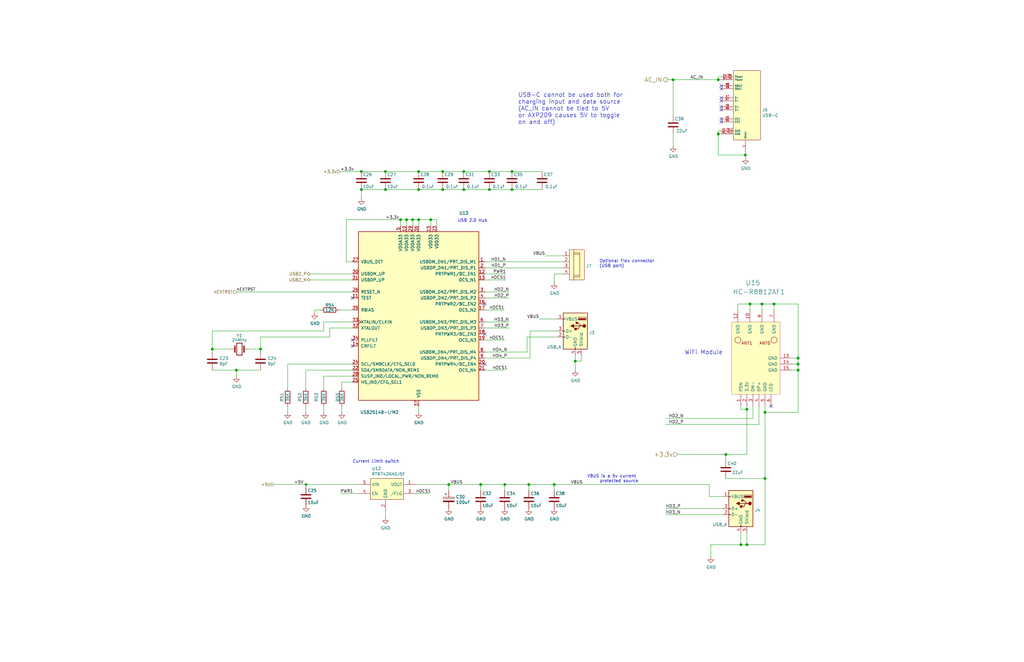
<source format=kicad_sch>
(kicad_sch (version 20211123) (generator eeschema)
  (paper "B")
  (title_block (title "ConnectBox CM4 for China Case") (date "2022-04-07") (rev "1.8.3") (comment 1 "JRA"))
  (lib_symbols
    (symbol "Connector:USB_A" (pin_names (offset 1.016))
      (property "Reference" "J" (at -5.08 11.43 0))
      (property "Value" "USB_A" (at -5.08 8.89 0))
      (symbol "USB_A_0_1"
        (rectangle (start -5.08 -7.62) (end 5.08 7.62) (stroke (width 0.254)) (fill (type background)))
        (circle (center -3.81 2.159) (radius 0.635) (stroke (width 0.254)) (fill (type outline)))
        (rectangle (start -1.524 4.826) (end -4.318 5.334) (fill (type outline)))
        (rectangle (start -1.27 4.572) (end -4.572 5.842))
        (circle (center -0.635 3.429) (radius 0.381) (stroke (width 0.254)) (fill (type outline)))
        (rectangle (start -0.127 -7.62) (end 0.127 -6.858))
        (polyline (pts (xy -3.175 2.159) (xy -2.54 2.159) (xy -1.27 3.429) (xy -0.635 3.429)) (stroke (width 0.254)))
        (polyline (pts (xy -2.54 2.159) (xy -1.905 2.159) (xy -1.27 0.889) (xy 0 0.889)) (stroke (width 0.254)))
        (polyline (pts (xy 0.635 2.794) (xy 0.635 1.524) (xy 1.905 2.159) (xy 0.635 2.794)) (stroke (width 0.254)) (fill (type outline)))
        (rectangle (start 0.254 1.27) (end -0.508 0.508) (stroke (width 0.254)) (fill (type outline)))
        (rectangle (start 5.08 -2.667) (end 4.318 -2.413))
        (rectangle (start 5.08 -0.127) (end 4.318 0.127))
        (rectangle (start 5.08 4.953) (end 4.318 5.207))
      )
      (symbol "USB_A_1_1"
        (polyline (pts (xy -1.905 2.159) (xy 0.635 2.159)) (stroke (width 0.254)))
        (pin power_in line (at 7.62 5.08 180) (length 2.54) (name "VBUS") (number "1"))
        (pin bidirectional line (at 7.62 -2.54 180) (length 2.54) (name "D-") (number "2"))
        (pin bidirectional line (at 7.62 0 180) (length 2.54) (name "D+") (number "3"))
        (pin power_in line (at 0 -10.16 90) (length 2.54) (name "GND") (number "4"))
        (pin passive line (at -2.54 -10.16 90) (length 2.54) (name "Shield") (number "5"))
      )
    )
    (symbol "Custom_1:CP" (pin_numbers hide) (pin_names (offset 0.254))
      (property "Reference" "C20" (at 0.3811 3.3009 0))
      (property "Value" "CP" (at 0.3811 -2.8078 0))
      (symbol "CP_0_1"
        (rectangle (start -2.286 0.508) (end 2.286 1.016))
        (polyline (pts (xy -1.778 2.286) (xy -0.762 2.286)))
        (polyline (pts (xy -1.27 2.794) (xy -1.27 1.778)))
        (rectangle (start 2.286 -0.508) (end -2.286 -1.016) (fill (type outline)))
      )
      (symbol "CP_1_1"
        (pin passive line (at 0 3.81 270) (length 2.794) (name "~") (number "1"))
        (pin passive line (at 0 -3.81 90) (length 2.794) (name "~") (number "2"))
      )
    )
    (symbol "Custom_1:Flex-4"
      (property "Reference" "J" (at -5.08 7.62 0))
      (symbol "Flex-4_0_1"
        (polyline (pts (xy 1.905 -4.445) (xy 1.905 4.445)) (stroke (width 0.1524)))
        (polyline (pts (xy 1.905 -5.08) (xy 1.905 -4.445) (xy 4.445 -4.445)) (stroke (width 0.1524)))
        (polyline (pts (xy 1.905 5.08) (xy 1.905 4.445) (xy 4.445 4.445)) (stroke (width 0.1524)))
        (polyline (pts (xy 1.905 6.35) (xy 1.905 5.08) (xy 4.445 5.08) (xy 4.445 -5.08) (xy 1.905 -5.08) (xy 1.905 -6.35)) (stroke (width 0.1524)))
        (rectangle (start 0 6.35) (end 6.35 -6.35) (stroke (width 0.1524)) (fill (type background)))
      )
      (symbol "Flex-4_1_1"
        (pin input line (at -2.54 3.81 0) (length 2.54) (name "") (number "1"))
        (pin input line (at -2.54 1.27 0) (length 2.54) (name "") (number "2"))
        (pin input line (at -2.54 -1.27 0) (length 2.54) (name "") (number "3"))
        (pin input line (at -2.54 -3.81 0) (length 2.54) (name "") (number "4"))
      )
    )
    (symbol "Custom_1:HC-R8812AU2" (pin_names (offset 1.016))
      (property "Reference" "U" (at -26.67 19.05 0))
      (property "Value" "HC-R8812AU2" (at -33.02 12.7 0))
      (symbol "HC-R8812AU2_0_0"
        (text "ANT0" (at -3.81 21.59 0) (effects (font (size 1.27 1.27))))
        (text "ANT1" (at -11.43 21.59 0) (effects (font (size 1.27 1.27))))
      )
      (symbol "HC-R8812AU2_0_1"
        (rectangle (start -17.78 0) (end 2.54 30.48) (stroke (width 0.0254)) (fill (type background)))
        (circle (center -15.24 22.86) (radius 1.27))
        (circle (center 0 22.86) (radius 1.27))
      )
      (symbol "HC-R8812AU2_1_1"
        (pin input line (at -13.97 -5.08 90) (length 5.08) (name "PDN") (number "1"))
        (pin input line (at -10.16 35.56 270) (length 5.08) (name "GND") (number "10"))
        (pin input line (at -15.24 35.56 270) (length 5.08) (name "GND") (number "12"))
        (pin input line (at 7.62 15.24 180) (length 5.08) (name "GND") (number "13"))
        (pin input line (at 7.62 12.7 180) (length 5.08) (name "GND") (number "14"))
        (pin input line (at 7.62 10.16 180) (length 5.08) (name "GND") (number "15"))
        (pin input line (at -11.43 -5.08 90) (length 5.08) (name "3.3V") (number "2"))
        (pin input line (at -8.89 -5.08 90) (length 5.08) (name "DM-") (number "3"))
        (pin input line (at -6.35 -5.08 90) (length 5.08) (name "DP+") (number "4"))
        (pin input line (at -3.81 -5.08 90) (length 5.08) (name "GND") (number "5"))
        (pin input line (at -1.27 -5.08 90) (length 5.08) (name "LED") (number "6"))
        (pin input line (at 0 35.56 270) (length 5.08) (name "GND") (number "7"))
        (pin input line (at -5.08 35.56 270) (length 5.08) (name "GND") (number "9"))
      )
    )
    (symbol "Custom_1:T9742ANGJ5F"
      (property "Reference" "U" (at -2.54 13.97 0))
      (property "Value" "T9742ANGJ5F" (at 2.54 11.43 0))
      (symbol "T9742ANGJ5F_0_1"
        (rectangle (start -7.62 8.89) (end 6.35 0) (stroke (width 0.1524)) (fill (type background)))
      )
      (symbol "T9742ANGJ5F_1_1"
        (pin power_out line (at 11.43 6.35 180) (length 5.08) (name "VOUT") (number "1"))
        (pin input line (at -1.27 -5.08 90) (length 5.08) (name "GND") (number "2"))
        (pin input line (at 11.43 2.54 180) (length 5.08) (name "/FLG") (number "3"))
        (pin input line (at -12.7 2.54 0) (length 5.08) (name "EN") (number "4"))
        (pin input line (at -12.7 6.35 0) (length 5.08) (name "VIN") (number "5"))
      )
    )
    (symbol "Custom_1:USB-C"
      (property "Reference" "P" (at -2.54 17.78 0))
      (property "Value" "USB-C" (at -10.16 -7.62 0))
      (symbol "USB-C_0_1"
        (rectangle (start -5.08 16.51) (end 6.35 -12.7) (stroke (width 0.1524)) (fill (type background)))
      )
      (symbol "USB-C_1_1"
        (pin input line (at 1.27 -17.78 90) (length 5.08) (name "Shell") (number "1"))
        (pin input line (at 11.43 -8.89 180) (length 5.08) (name "GND") (number "A1/B12"))
        (pin input line (at 11.43 13.97 180) (length 5.08) (name "Power") (number "A4/B9"))
        (pin input line (at 11.43 -3.81 180) (length 5.08) (name "CC1") (number "A5"))
        (pin input line (at 11.43 1.27 180) (length 5.08) (name "D+") (number "A6"))
        (pin input line (at 11.43 5.08 180) (length 5.08) (name "D-") (number "A7"))
        (pin input line (at 11.43 8.89 180) (length 5.08) (name "SBU1") (number "A8"))
        (pin input line (at 11.43 -10.16 180) (length 5.08) (name "GND") (number "B1/A12"))
        (pin input line (at 11.43 12.7 180) (length 5.08) (name "Power") (number "B4/A9"))
        (pin input line (at 11.43 -5.08 180) (length 5.08) (name "CC2") (number "B5"))
        (pin input line (at 11.43 0 180) (length 5.08) (name "D+") (number "B6"))
        (pin input line (at 11.43 3.81 180) (length 5.08) (name "D-") (number "B7"))
        (pin input line (at 11.43 10.16 180) (length 5.08) (name "SBU2") (number "B8"))
      )
    )
    (symbol "Device:C" (pin_numbers hide) (pin_names (offset 0.254))
      (property "Reference" "C" (at 0.635 2.54 0))
      (property "Value" "C" (at 0.635 -2.54 0))
      (symbol "C_0_1"
        (polyline (pts (xy -2.032 -0.762) (xy 2.032 -0.762)) (stroke (width 0.508)))
        (polyline (pts (xy -2.032 0.762) (xy 2.032 0.762)) (stroke (width 0.508)))
      )
      (symbol "C_1_1"
        (pin passive line (at 0 3.81 270) (length 2.794) (name "~") (number "1"))
        (pin passive line (at 0 -3.81 90) (length 2.794) (name "~") (number "2"))
      )
    )
    (symbol "Device:Crystal" (pin_numbers hide) (pin_names (offset 1.016) hide)
      (property "Reference" "Y" (at 0 3.81 0))
      (property "Value" "Crystal" (at 0 -3.81 0))
      (symbol "Crystal_0_1"
        (rectangle (start -1.143 2.54) (end 1.143 -2.54) (stroke (width 0.3048)))
        (polyline (pts (xy -2.54 0) (xy -1.905 0)))
        (polyline (pts (xy -1.905 -1.27) (xy -1.905 1.27)) (stroke (width 0.508)))
        (polyline (pts (xy 1.905 -1.27) (xy 1.905 1.27)) (stroke (width 0.508)))
        (polyline (pts (xy 2.54 0) (xy 1.905 0)))
      )
      (symbol "Crystal_1_1"
        (pin passive line (at -3.81 0 0) (length 1.27) (name "1") (number "1"))
        (pin passive line (at 3.81 0 180) (length 1.27) (name "2") (number "2"))
      )
    )
    (symbol "Device:R" (pin_numbers hide) (pin_names (offset 0))
      (property "Reference" "R" (at 2.032 0 90))
      (property "Value" "R" (at 0 0 90))
      (symbol "R_0_1"
        (rectangle (start -1.016 -2.54) (end 1.016 2.54) (stroke (width 0.254)))
      )
      (symbol "R_1_1"
        (pin passive line (at 0 3.81 270) (length 1.27) (name "~") (number "1"))
        (pin passive line (at 0 -3.81 90) (length 1.27) (name "~") (number "2"))
      )
    )
    (symbol "GND_1" (power) (pin_numbers hide) (pin_names (offset 0) hide)
      (property "Value" "GND_1" (at 0 -3.81 0))
      (symbol "GND_1_0_1"
        (polyline (pts (xy 0 0) (xy 0 -1.27) (xy 1.27 -1.27) (xy 0 -2.54) (xy -1.27 -1.27) (xy 0 -1.27)))
      )
      (symbol "GND_1_1_1"
        (pin power_in line (at 0 0 270) (length 0) hide (name "GND") (number "1"))
      )
    )
    (symbol "GND_2" (power) (pin_numbers hide) (pin_names (offset 0) hide)
      (property "Value" "GND_2" (at 0 -3.81 0))
      (symbol "GND_2_0_1"
        (polyline (pts (xy 0 0) (xy 0 -1.27) (xy 1.27 -1.27) (xy 0 -2.54) (xy -1.27 -1.27) (xy 0 -1.27)))
      )
      (symbol "GND_2_1_1"
        (pin power_in line (at 0 0 270) (length 0) hide (name "GND") (number "1"))
      )
    )
    (symbol "Interface_USB:USB2514B_Bi" (pin_names (offset 1.016))
      (property "Reference" "U" (at -17.78 40.64 0))
      (property "Value" "USB2514B_Bi" (at -20.32 38.1 0))
      (symbol "USB2514B_Bi_0_1"
        (rectangle (start -25.4 35.56) (end 25.4 -35.56) (stroke (width 0.254)) (fill (type background)))
      )
      (symbol "USB2514B_Bi_1_1"
        (pin bidirectional line (at 27.94 22.86 180) (length 2.54) (name "USBDM_DN1/PRT_DIS_M1") (number "1"))
        (pin power_in line (at -5.08 38.1 270) (length 2.54) (name "VDDA33") (number "10"))
        (pin input line (at -27.94 7.62 0) (length 2.54) (name "TEST") (number "11"))
        (pin bidirectional line (at 27.94 17.78 180) (length 2.54) (name "PRTPWR1/BC_EN1") (number "12"))
        (pin input line (at 27.94 15.24 180) (length 2.54) (name "OCS_N1") (number "13"))
        (pin input line (at -27.94 -12.7 0) (length 2.54) (name "CRFILT") (number "14"))
        (pin power_in line (at 5.08 38.1 270) (length 2.54) (name "VDD33") (number "15"))
        (pin bidirectional line (at 27.94 5.08 180) (length 2.54) (name "PRTPWR2/BC_EN2") (number "16"))
        (pin input line (at 27.94 2.54 180) (length 2.54) (name "OCS_N2") (number "17"))
        (pin bidirectional line (at 27.94 -7.62 180) (length 2.54) (name "PRTPWR3/BC_EN3") (number "18"))
        (pin input line (at 27.94 -10.16 180) (length 2.54) (name "OCS_N3") (number "19"))
        (pin bidirectional line (at 27.94 20.32 180) (length 2.54) (name "USBDP_DN1/PRT_DIS_P1") (number "2"))
        (pin bidirectional line (at 27.94 -20.32 180) (length 2.54) (name "PRTPWR4/BC_EN4") (number "20"))
        (pin input line (at 27.94 -22.86 180) (length 2.54) (name "OCS_N4") (number "21"))
        (pin bidirectional line (at -27.94 -22.86 0) (length 2.54) (name "SDA/SMBDATA/NON_REM1") (number "22"))
        (pin power_in line (at 7.62 38.1 270) (length 2.54) (name "VDD33") (number "23"))
        (pin bidirectional line (at -27.94 -20.32 0) (length 2.54) (name "SCL/SMBCLK/CFG_SEL0") (number "24"))
        (pin bidirectional line (at -27.94 -27.94 0) (length 2.54) (name "HS_IND/CFG_SEL1") (number "25"))
        (pin input line (at -27.94 10.16 0) (length 2.54) (name "RESET_N") (number "26"))
        (pin input line (at -27.94 22.86 0) (length 2.54) (name "VBUS_DET") (number "27"))
        (pin bidirectional line (at -27.94 -25.4 0) (length 2.54) (name "SUSP_IND/LOCAL_PWR/NON_REM0") (number "28"))
        (pin power_in line (at -2.54 38.1 270) (length 2.54) (name "VDDA33") (number "29"))
        (pin bidirectional line (at 27.94 10.16 180) (length 2.54) (name "USBDM_DN2/PRT_DIS_M2") (number "3"))
        (pin bidirectional line (at -27.94 17.78 0) (length 2.54) (name "USBDM_UP") (number "30"))
        (pin bidirectional line (at -27.94 15.24 0) (length 2.54) (name "USBDP_UP") (number "31"))
        (pin output line (at -27.94 -5.08 0) (length 2.54) (name "XTALOUT") (number "32"))
        (pin input clock (at -27.94 -2.54 0) (length 2.54) (name "XTALIN/CLKIN") (number "33"))
        (pin input line (at -27.94 -10.16 0) (length 2.54) (name "PLLFILT") (number "34"))
        (pin input line (at -27.94 2.54 0) (length 2.54) (name "RBIAS") (number "35"))
        (pin power_in line (at 0 38.1 270) (length 2.54) (name "VDDA33") (number "36"))
        (pin power_in line (at 0 -38.1 90) (length 2.54) (name "VSS") (number "37"))
        (pin bidirectional line (at 27.94 7.62 180) (length 2.54) (name "USBDP_DN2/PRT_DIS_P2") (number "4"))
        (pin power_in line (at -7.62 38.1 270) (length 2.54) (name "VDDA33") (number "5"))
        (pin bidirectional line (at 27.94 -2.54 180) (length 2.54) (name "USBDM_DN3/PRT_DIS_M3") (number "6"))
        (pin bidirectional line (at 27.94 -5.08 180) (length 2.54) (name "USBDP_DN3/PRT_DIS_P3") (number "7"))
        (pin bidirectional line (at 27.94 -15.24 180) (length 2.54) (name "USBDM_DN4/PRT_DIS_M4") (number "8"))
        (pin bidirectional line (at 27.94 -17.78 180) (length 2.54) (name "USBDP_DN4/PRT_DIS_P4") (number "9"))
      )
    )
    (symbol "power:GND" (power) (pin_names (offset 0))
      (property "Value" "GND" (at 0 -3.81 0))
      (symbol "GND_0_1"
        (polyline (pts (xy 0 0) (xy 0 -1.27) (xy 1.27 -1.27) (xy 0 -2.54) (xy -1.27 -1.27) (xy 0 -1.27)))
      )
      (symbol "GND_1_1"
        (pin power_in line (at 0 0 270) (length 0) hide (name "GND") (number "1"))
      )
    )
  )
  (junction (at 168.91 92.71) (diameter 1.016))
  (junction (at 186.69 72.39) (diameter 1.016))
  (junction (at 176.53 92.71) (diameter 1.016))
  (junction (at 173.99 92.71) (diameter 1.016))
  (junction (at 181.61 92.71) (diameter 1.016))
  (junction (at 321.31 128.27) (diameter 1.016))
  (junction (at 233.68 204.47) (diameter 1.016))
  (junction (at 99.695 156.21) (diameter 1.016))
  (junction (at 302.895 56.515) (diameter 1.016))
  (junction (at 202.692 204.47) (diameter 1.016))
  (junction (at 314.96 229.87) (diameter 1.016))
  (junction (at 171.45 92.71) (diameter 1.016))
  (junction (at 322.58 201.93) (diameter 1.016))
  (junction (at 206.375 72.39) (diameter 1.016))
  (junction (at 223.012 204.47) (diameter 1.016))
  (junction (at 316.23 128.27) (diameter 1.016))
  (junction (at 336.55 156.21) (diameter 1.016))
  (junction (at 326.39 128.27) (diameter 1.016))
  (junction (at 129.032 204.47))
  (junction (at 336.55 151.13) (diameter 1.016))
  (junction (at 162.56 80.01) (diameter 1.016))
  (junction (at 322.58 173.99) (diameter 1.016))
  (junction (at 195.58 80.01) (diameter 1.016))
  (junction (at 189.23 204.47) (diameter 1.016))
  (junction (at 215.9 72.39) (diameter 1.016))
  (junction (at 314.96 172.72) (diameter 1.016))
  (junction (at 152.4 80.01) (diameter 1.016))
  (junction (at 242.57 152.4) (diameter 1.016))
  (junction (at 206.375 80.01) (diameter 1.016))
  (junction (at 162.56 72.39) (diameter 1.016))
  (junction (at 283.845 33.655) (diameter 1.016))
  (junction (at 186.69 80.01) (diameter 1.016))
  (junction (at 212.852 204.47) (diameter 1.016))
  (junction (at 195.58 72.39) (diameter 1.016))
  (junction (at 215.9 80.01) (diameter 1.016))
  (junction (at 312.42 229.87) (diameter 1.016))
  (junction (at 109.855 147.32) (diameter 1.016))
  (junction (at 176.53 80.01) (diameter 1.016))
  (junction (at 302.895 33.655) (diameter 1.016))
  (junction (at 314.325 65.405) (diameter 1.016))
  (junction (at 306.07 191.77) (diameter 1.016))
  (junction (at 152.4 72.39) (diameter 1.016))
  (junction (at 336.55 153.67) (diameter 1.016))
  (junction (at 176.53 72.39) (diameter 1.016))
  (junction (at 89.535 147.32) (diameter 1.016))
  (no_connect (at 325.12 171.45))
  (no_connect (at 304.165 37.465))
  (no_connect (at 304.165 41.275))
  (no_connect (at 304.165 46.355))
  (no_connect (at 304.165 45.085))
  (no_connect (at 304.165 42.545))
  (no_connect (at 304.165 51.435))
  (no_connect (at 304.165 50.165))
  (no_connect (at 148.59 143.51))
  (no_connect (at 148.59 125.73))
  (no_connect (at 304.165 36.195))
  (no_connect (at 204.47 128.27))
  (no_connect (at 204.47 140.97))
  (no_connect (at 204.47 153.67))
  (no_connect (at 148.59 146.05))
  (wire (pts (xy 144.145 171.45) (xy 144.145 173.99)))
  (wire (pts (xy 129.032 204.47) (xy 151.13 204.47)))
  (wire (pts (xy 89.535 139.7) (xy 89.535 147.32)))
  (wire (pts (xy 144.145 161.29) (xy 148.59 161.29)))
  (wire (pts (xy 280.67 179.07) (xy 320.04 179.07)))
  (wire (pts (xy 320.04 171.45) (xy 320.04 179.07)))
  (wire (pts (xy 304.165 33.655) (xy 302.895 33.655)))
  (wire (pts (xy 223.012 204.47) (xy 223.012 207.01)))
  (wire (pts (xy 128.905 171.45) (xy 128.905 173.99)))
  (wire (pts (xy 299.085 209.55) (xy 299.085 204.47)))
  (wire (pts (xy 304.165 55.245) (xy 302.895 55.245)))
  (wire (pts (xy 242.57 149.86) (xy 242.57 152.4)))
  (wire (pts (xy 242.57 152.4) (xy 242.57 156.21)))
  (wire (pts (xy 306.07 191.77) (xy 314.96 191.77)))
  (wire (pts (xy 136.525 158.75) (xy 148.59 158.75)))
  (wire (pts (xy 204.47 143.51) (xy 212.725 143.51)))
  (wire (pts (xy 202.692 204.47) (xy 212.852 204.47)))
  (wire (pts (xy 204.47 138.43) (xy 214.63 138.43)))
  (wire (pts (xy 312.42 229.87) (xy 314.96 229.87)))
  (wire (pts (xy 314.96 229.87) (xy 322.58 229.87)))
  (wire (pts (xy 336.55 153.67) (xy 336.55 151.13)))
  (wire (pts (xy 128.905 163.83) (xy 128.905 156.21)))
  (wire (pts (xy 326.39 130.81) (xy 326.39 128.27)))
  (wire (pts (xy 128.905 156.21) (xy 148.59 156.21)))
  (wire (pts (xy 321.31 128.27) (xy 321.31 130.81)))
  (wire (pts (xy 204.47 125.73) (xy 214.63 125.73)))
  (wire (pts (xy 314.96 172.72) (xy 314.96 191.77)))
  (wire (pts (xy 326.39 128.27) (xy 321.31 128.27)))
  (wire (pts (xy 222.25 142.24) (xy 234.95 142.24)))
  (wire (pts (xy 222.25 148.59) (xy 222.25 142.24)))
  (wire (pts (xy 168.91 92.71) (xy 171.45 92.71)))
  (wire (pts (xy 171.45 92.71) (xy 173.99 92.71)))
  (wire (pts (xy 173.99 92.71) (xy 176.53 92.71)))
  (wire (pts (xy 176.53 92.71) (xy 181.61 92.71)))
  (wire (pts (xy 181.61 92.71) (xy 184.15 92.71)))
  (wire (pts (xy 184.15 92.71) (xy 184.15 95.25)))
  (wire (pts (xy 136.525 171.45) (xy 136.525 173.99)))
  (wire (pts (xy 104.775 147.32) (xy 109.855 147.32)))
  (wire (pts (xy 139.065 142.24) (xy 109.855 142.24)))
  (wire (pts (xy 204.47 118.11) (xy 213.36 118.11)))
  (wire (pts (xy 280.67 217.17) (xy 304.8 217.17)))
  (wire (pts (xy 171.45 92.71) (xy 171.45 95.25)))
  (wire (pts (xy 304.165 56.515) (xy 302.895 56.515)))
  (wire (pts (xy 283.845 33.655) (xy 283.845 48.895)))
  (wire (pts (xy 175.26 204.47) (xy 189.23 204.47)))
  (wire (pts (xy 99.695 123.19) (xy 148.59 123.19)))
  (wire (pts (xy 223.52 139.7) (xy 223.52 151.13)))
  (wire (pts (xy 234.95 139.7) (xy 223.52 139.7)))
  (wire (pts (xy 144.145 163.83) (xy 144.145 161.29)))
  (wire (pts (xy 336.55 173.99) (xy 336.55 156.21)))
  (wire (pts (xy 175.26 208.28) (xy 180.975 208.28)))
  (wire (pts (xy 204.47 148.59) (xy 222.25 148.59)))
  (wire (pts (xy 148.59 138.43) (xy 139.065 138.43)))
  (wire (pts (xy 89.535 148.59) (xy 89.535 147.32)))
  (wire (pts (xy 314.96 224.79) (xy 314.96 229.87)))
  (wire (pts (xy 281.305 33.655) (xy 283.845 33.655)))
  (wire (pts (xy 283.845 33.655) (xy 302.895 33.655)))
  (wire (pts (xy 148.59 110.49) (xy 146.05 110.49)))
  (wire (pts (xy 212.852 204.47) (xy 223.012 204.47)))
  (wire (pts (xy 129.032 205.74) (xy 129.032 204.47)))
  (wire (pts (xy 306.07 191.77) (xy 306.07 194.31)))
  (wire (pts (xy 136.525 139.7) (xy 89.535 139.7)))
  (wire (pts (xy 322.58 173.99) (xy 322.58 201.93)))
  (wire (pts (xy 302.895 33.655) (xy 302.895 32.385)))
  (wire (pts (xy 314.325 65.405) (xy 314.325 66.675)))
  (wire (pts (xy 146.05 110.49) (xy 146.05 92.71)))
  (wire (pts (xy 322.58 171.45) (xy 322.58 173.99)))
  (wire (pts (xy 283.845 56.515) (xy 283.845 61.595)))
  (wire (pts (xy 181.61 92.71) (xy 181.61 95.25)))
  (wire (pts (xy 204.47 113.03) (xy 237.49 113.03)))
  (wire (pts (xy 302.895 65.405) (xy 314.325 65.405)))
  (wire (pts (xy 312.42 172.72) (xy 314.96 172.72)))
  (wire (pts (xy 136.525 163.83) (xy 136.525 158.75)))
  (wire (pts (xy 204.47 115.57) (xy 213.36 115.57)))
  (wire (pts (xy 212.852 204.47) (xy 212.852 207.01)))
  (wire (pts (xy 121.285 171.45) (xy 121.285 173.99)))
  (wire (pts (xy 280.67 176.53) (xy 317.5 176.53)))
  (wire (pts (xy 317.5 171.45) (xy 317.5 176.53)))
  (wire (pts (xy 99.695 156.21) (xy 109.855 156.21)))
  (wire (pts (xy 280.67 214.63) (xy 304.8 214.63)))
  (wire (pts (xy 285.75 191.77) (xy 306.07 191.77)))
  (wire (pts (xy 233.68 204.47) (xy 299.085 204.47)))
  (wire (pts (xy 299.085 209.55) (xy 304.8 209.55)))
  (wire (pts (xy 176.53 171.45) (xy 176.53 173.99)))
  (wire (pts (xy 322.58 201.93) (xy 306.07 201.93)))
  (wire (pts (xy 237.49 115.57) (xy 233.68 115.57)))
  (wire (pts (xy 334.01 153.67) (xy 336.55 153.67)))
  (wire (pts (xy 336.55 156.21) (xy 336.55 153.67)))
  (wire (pts (xy 302.895 56.515) (xy 302.895 55.245)))
  (wire (pts (xy 115.57 204.47) (xy 129.032 204.47)))
  (wire (pts (xy 312.42 224.79) (xy 312.42 229.87)))
  (wire (pts (xy 204.47 123.19) (xy 214.63 123.19)))
  (wire (pts (xy 321.31 128.27) (xy 316.23 128.27)))
  (wire (pts (xy 89.535 156.21) (xy 99.695 156.21)))
  (wire (pts (xy 189.23 204.47) (xy 202.692 204.47)))
  (wire (pts (xy 143.51 72.39) (xy 152.4 72.39)))
  (wire (pts (xy 152.4 72.39) (xy 162.56 72.39)))
  (wire (pts (xy 148.59 115.57) (xy 130.81 115.57)))
  (wire (pts (xy 314.325 64.135) (xy 314.325 65.405)))
  (wire (pts (xy 136.525 135.89) (xy 136.525 139.7)))
  (wire (pts (xy 242.57 152.4) (xy 245.11 152.4)))
  (wire (pts (xy 245.11 149.86) (xy 245.11 152.4)))
  (wire (pts (xy 176.53 92.71) (xy 176.53 95.25)))
  (wire (pts (xy 227.33 134.62) (xy 234.95 134.62)))
  (wire (pts (xy 302.895 56.515) (xy 302.895 65.405)))
  (wire (pts (xy 304.165 32.385) (xy 302.895 32.385)) (stroke (width 0.1524)))
  (wire (pts (xy 132.715 130.81) (xy 132.715 132.08)))
  (wire (pts (xy 162.56 215.9) (xy 162.56 218.44)))
  (wire (pts (xy 229.87 107.95) (xy 237.49 107.95)))
  (wire (pts (xy 204.47 110.49) (xy 237.49 110.49)))
  (wire (pts (xy 311.15 128.27) (xy 311.15 130.81)))
  (wire (pts (xy 121.285 153.67) (xy 148.59 153.67)))
  (wire (pts (xy 130.81 118.11) (xy 148.59 118.11)))
  (wire (pts (xy 314.96 171.45) (xy 314.96 172.72)))
  (wire (pts (xy 316.23 128.27) (xy 311.15 128.27)))
  (wire (pts (xy 135.255 130.81) (xy 132.715 130.81)))
  (wire (pts (xy 162.56 72.39) (xy 176.53 72.39)))
  (wire (pts (xy 176.53 72.39) (xy 186.69 72.39)))
  (wire (pts (xy 186.69 72.39) (xy 195.58 72.39)))
  (wire (pts (xy 195.58 72.39) (xy 206.375 72.39)))
  (wire (pts (xy 206.375 72.39) (xy 215.9 72.39)))
  (wire (pts (xy 215.9 72.39) (xy 228.6 72.39)))
  (wire (pts (xy 204.47 156.21) (xy 212.725 156.21)))
  (wire (pts (xy 336.55 151.13) (xy 334.01 151.13)))
  (wire (pts (xy 142.875 130.81) (xy 148.59 130.81)))
  (wire (pts (xy 316.23 128.27) (xy 316.23 130.81)))
  (wire (pts (xy 322.58 173.99) (xy 336.55 173.99)))
  (wire (pts (xy 189.23 204.47) (xy 189.23 207.01)))
  (wire (pts (xy 299.72 229.87) (xy 299.72 234.95)))
  (wire (pts (xy 312.42 229.87) (xy 299.72 229.87)))
  (wire (pts (xy 233.68 207.01) (xy 233.68 204.47)))
  (wire (pts (xy 223.012 204.47) (xy 233.68 204.47)))
  (wire (pts (xy 121.285 163.83) (xy 121.285 153.67)))
  (wire (pts (xy 139.065 138.43) (xy 139.065 142.24)))
  (wire (pts (xy 109.855 147.32) (xy 109.855 148.59)))
  (wire (pts (xy 204.47 130.81) (xy 212.725 130.81)))
  (wire (pts (xy 136.525 135.89) (xy 148.59 135.89)))
  (wire (pts (xy 326.39 128.27) (xy 336.55 128.27)))
  (wire (pts (xy 146.05 92.71) (xy 168.91 92.71)))
  (wire (pts (xy 312.42 171.45) (xy 312.42 172.72)))
  (wire (pts (xy 99.695 156.21) (xy 99.695 158.75)))
  (wire (pts (xy 152.4 83.82) (xy 152.4 80.01)))
  (wire (pts (xy 336.55 128.27) (xy 336.55 151.13)))
  (wire (pts (xy 202.692 207.01) (xy 202.692 204.47)))
  (wire (pts (xy 334.01 156.21) (xy 336.55 156.21)))
  (wire (pts (xy 152.4 80.01) (xy 162.56 80.01)))
  (wire (pts (xy 162.56 80.01) (xy 176.53 80.01)))
  (wire (pts (xy 176.53 80.01) (xy 186.69 80.01)))
  (wire (pts (xy 186.69 80.01) (xy 195.58 80.01)))
  (wire (pts (xy 195.58 80.01) (xy 206.375 80.01)))
  (wire (pts (xy 206.375 80.01) (xy 215.9 80.01)))
  (wire (pts (xy 215.9 80.01) (xy 228.6 80.01)))
  (wire (pts (xy 322.58 201.93) (xy 322.58 229.87)))
  (wire (pts (xy 204.47 151.13) (xy 223.52 151.13)))
  (wire (pts (xy 173.99 92.71) (xy 173.99 95.25)))
  (wire (pts (xy 89.535 147.32) (xy 97.155 147.32)))
  (wire (pts (xy 109.855 142.24) (xy 109.855 147.32)))
  (wire (pts (xy 233.68 115.57) (xy 233.68 119.38)))
  (wire (pts (xy 168.91 92.71) (xy 168.91 95.25)))
  (wire (pts (xy 204.47 135.89) (xy 214.63 135.89)))
  (wire (pts (xy 143.51 208.28) (xy 151.13 208.28)))
  (text "Current Limit switch" (at 168.402 195.58 180) (effects (font (size 1.27 1.27)) (justify right bottom)))
  (text "USB-C cannot be used both for\ncharging input and data source\n(AC_IN cannot be tied to 5V\nor AXP209 causes 5V to toggle\non and off)" (at 218.44 52.705 0) (effects (font (size 1.778 1.778)) (justify left bottom)))
  (text "Optional Flex connector\n(USB port)" (at 252.73 113.03 0) (effects (font (size 1.27 1.27)) (justify left bottom)))
  (text "USB 2.0 Hub" (at 205.5368 93.9292 180) (effects (font (size 1.27 1.27)) (justify right bottom)))
  (text "VBUS is a 5v current \nprotected source" (at 269.24 203.835 180) (effects (font (size 1.27 1.27)) (justify right bottom)))
  (text "WiFi Module" (at 304.8 149.86 180) (effects (font (size 1.778 1.778)) (justify right bottom)))
  (label "nOCS1" (at 212.725 143.51 180))
  (label "nOCS1" (at 212.725 130.81 180))
  (label "+3.3v" (at 162.56 92.71 0))
  (label "HD1_P" (at 213.36 113.03 180))
  (label "nOCS1" (at 207.645 156.21 0))
  (label "+3.3v" (at 143.51 72.39 0))
  (label "HD2_P" (at 214.63 125.73 180))
  (label "+5V" (at 123.952 204.47 0))
  (label "HD2_N" (at 214.63 123.19 180))
  (label "VBUS" (at 227.33 134.62 180))
  (label "nEXTRST" (at 99.695 123.19 0))
  (label "VBUS" (at 189.992 204.47 0))
  (label "HD4_P" (at 207.645 151.13 0))
  (label "HD2_N" (at 288.29 176.53 180))
  (label "HD1_N" (at 213.36 110.49 180))
  (label "nOCS1" (at 175.387 208.28 0))
  (label "PWR1" (at 143.51 208.28 0))
  (label "HD3_P" (at 287.02 214.63 180))
  (label "HD2_P" (at 288.29 179.07 180))
  (label "HD3_P" (at 214.63 138.43 180))
  (label "HD3_N" (at 287.02 217.17 180))
  (label "AC_IN" (at 296.545 33.655 180))
  (label "HD4_N" (at 207.645 148.59 0))
  (label "VBUS" (at 245.745 204.47 180))
  (label "PWR1" (at 213.36 115.57 180))
  (label "HD3_N" (at 214.63 135.89 180))
  (label "nOCS1" (at 213.36 118.11 180))
  (label "VBUS" (at 229.87 107.95 180))
  (hierarchical_label "USB2_N" (shape bidirectional) (at 130.81 118.11 180))
  (hierarchical_label "+5V" (shape input) (at 115.57 204.47 180))
  (hierarchical_label "+3.3v" (shape input) (at 143.51 72.39 180))
  (hierarchical_label "AC_IN" (shape output) (at 281.305 33.655 180) (effects (font (size 1.778 1.778))))
  (hierarchical_label "+3.3v" (shape input) (at 285.75 191.77 180) (effects (font (size 1.778 1.778))))
  (hierarchical_label "nEXTRST" (shape input) (at 99.695 123.19 180))
  (hierarchical_label "USB2_P" (shape bidirectional) (at 130.81 115.57 180))
  (symbol (lib_id "Connector:USB_A") (at 242.57 139.7 0) (mirror y) (unit 1)
    (property "Reference" "J3" (at 248.4121 140.3361 0) (effects (justify right)))
    (property "Value" "USB_A" (at 230.6321 146.4448 0) (effects (justify right)))
    (property "Footprint" "CustomComponents:USB_A_CUI_smd" (effects hide))
    (property "Datasheet" " ~" (effects hide))
    (property "Manufacturer" "CUI Devices" (effects hide))
    (property "Manufacturer P/N" "UJ2-AH-1-SMT-TR" (effects hide))
    (property "Description" "USB-A  USB 2.0 Receptacle Surface Mount" (effects hide))
    (property "DigiKey P/N" "102-4133-1-ND" (effects hide))
    (property "Type" "SMD" (effects hide))
  )
  (symbol (lib_id "power:GND") (at 99.695 158.75 0) (unit 1)
    (property "Reference" "#PWR021" (effects hide))
    (property "Value" "GND" (at 99.822 163.1442 0))
  )
  (symbol (lib_id "Device:C") (at 89.535 152.4 0) (unit 1)
    (property "Reference" "C23" (at 92.456 151.2316 0) (effects (justify left)))
    (property "Value" "9pF" (at 92.456 153.543 0) (effects (justify left)))
    (property "Footprint" "Capacitor_SMD:C_0603_1608Metric" (effects hide))
    (property "Manufacturer" "TDK" (effects hide))
    (property "Manufacturer P/N" "CGA3E2C0G1H090D080AA" (effects hide))
    (property "Description" "9 pF ±0.5pF 50V Ceramic Capacitor C0G, NP0 0603 (1608 Metric)" (effects hide))
    (property "DigiKey P/N" "445-5627-1-ND" (effects hide))
    (property "Type" "SMD" (effects hide))
  )
  (symbol (lib_id "power:GND") (at 202.692 214.63 0) (unit 1)
    (property "Reference" "#PWR032" (effects hide))
    (property "Value" "GND" (at 202.819 219.0242 0))
  )
  (symbol (lib_id "power:GND") (at 176.53 173.99 0) (unit 1)
    (property "Reference" "#PWR030" (effects hide))
    (property "Value" "GND" (at 176.657 178.3842 0))
  )
  (symbol (lib_name "GND_2") (lib_id "power:GND") (at 242.57 156.21 0) (unit 1)
    (property "Reference" "#PWR037" (effects hide))
    (property "Value" "GND" (at 242.697 160.6042 0))
  )
  (symbol (lib_id "power:GND") (at 233.68 214.63 0) (unit 1)
    (property "Reference" "#PWR035" (effects hide))
    (property "Value" "GND" (at 233.807 219.0242 0))
  )
  (symbol (lib_id "Device:C") (at 162.56 76.2 0) (unit 1)
    (property "Reference" "C27" (at 163.195 73.66 0) (effects (justify left)))
    (property "Value" "10uF" (at 163.195 78.74 0) (effects (justify left)))
    (property "Footprint" "Capacitor_SMD:C_0603_1608Metric" (effects hide))
    (property "Manufacturer" "Samsung Electro-Mechanics" (effects hide))
    (property "Manufacturer P/N" "C0603C106M9PACTU" (effects hide))
    (property "Description" "CAP CER 10UF 6.3V X5R 0603" (effects hide))
    (property "DigiKey P/N" "399-C0603C106M9PAC7867CT-ND" (effects hide))
    (property "Type" "SMD" (effects hide))
  )
  (symbol (lib_id "Device:C") (at 283.845 52.705 0) (unit 1)
    (property "Reference" "C39" (at 284.48 50.165 0) (effects (justify left)))
    (property "Value" "22uF" (at 285.115 55.245 0) (effects (justify left)))
    (property "Footprint" "Capacitor_SMD:C_0603_1608Metric" (effects hide))
    (property "Manufacturer" "Samsung" (effects hide))
    (property "Manufacturer P/N" "CL10A226MQ8NRNC" (effects hide))
    (property "Description" "CAP CER 22UF 6.3V X5R 0603" (effects hide))
    (property "DigiKey P/N" "1276-1193-1-ND" (effects hide))
    (property "Type" "SMD" (effects hide))
  )
  (symbol (lib_id "Device:C") (at 109.855 152.4 0) (unit 1)
    (property "Reference" "C24" (at 112.776 151.2316 0) (effects (justify left)))
    (property "Value" "9pF" (at 112.776 153.543 0) (effects (justify left)))
    (property "Footprint" "Capacitor_SMD:C_0603_1608Metric" (effects hide))
    (property "Manufacturer" "TDK" (effects hide))
    (property "Manufacturer P/N" "CGA3E2C0G1H090D080AA" (effects hide))
    (property "Description" "9 pF ±0.5pF 50V Ceramic Capacitor C0G, NP0 0603 (1608 Metric)" (effects hide))
    (property "DigiKey P/N" "445-5627-1-ND" (effects hide))
    (property "Type" "SMD" (effects hide))
  )
  (symbol (lib_id "Device:R") (at 139.065 130.81 90) (unit 1)
    (property "Reference" "R54" (at 139.065 128.778 90))
    (property "Value" "12K" (at 139.065 130.81 90))
    (property "Footprint" "Resistor_SMD:R_0603_1608Metric" (effects hide))
    (property "Manufacturer" "Yageo" (effects hide))
    (property "Manufacturer P/N" "RC0603FR-0712KL" (effects hide))
    (property "Description" "RES SMD 12K OHM 1% 1/8W 0603" (effects hide))
    (property "DigiKey P/N" "311-12.0KHRCT-ND" (effects hide))
    (property "Type" "SMD" (effects hide))
  )
  (symbol (lib_id "power:GND") (at 121.285 173.99 0) (unit 1)
    (property "Reference" "#PWR022" (effects hide))
    (property "Value" "GND" (at 121.412 178.3842 0))
  )
  (symbol (lib_id "Device:R") (at 144.145 167.64 0) (unit 1)
    (property "Reference" "R55" (at 142.367 167.64 90))
    (property "Value" "36K" (at 144.145 167.64 90))
    (property "Footprint" "Resistor_SMD:R_0603_1608Metric" (effects hide))
    (property "Manufacturer" "Yageo" (effects hide))
    (property "Manufacturer P/N" "RC0603FR-0736KL" (effects hide))
    (property "Description" "RES SMD 36K OHM 1% 1/8W 0603" (effects hide))
    (property "DigiKey P/N" "311-36.0KHRCT-ND" (effects hide))
    (property "Type" "SMD" (effects hide))
  )
  (symbol (lib_id "power:GND") (at 223.012 214.63 0) (unit 1)
    (property "Reference" "#PWR034" (effects hide))
    (property "Value" "GND" (at 223.139 219.0242 0))
  )
  (symbol (lib_id "Connector:USB_A") (at 312.42 214.63 0) (mirror y) (unit 1)
    (property "Reference" "J4" (at 318.2621 215.2661 0) (effects (justify right)))
    (property "Value" "USB_A" (at 300.4821 221.3748 0) (effects (justify right)))
    (property "Footprint" "CustomComponents:USB_A_CUI_smd" (effects hide))
    (property "Datasheet" " ~" (effects hide))
    (property "Manufacturer" "CUI Devices" (effects hide))
    (property "Manufacturer P/N" "UJ2-AH-1-SMT-TR" (effects hide))
    (property "Description" "USB-A  USB 2.0 Receptacle Surface Mount" (effects hide))
    (property "DigiKey P/N" "102-4133-1-ND" (effects hide))
    (property "Type" "SMD" (effects hide))
  )
  (symbol (lib_id "power:GND") (at 283.845 61.595 0) (unit 1)
    (property "Reference" "#PWR038" (effects hide))
    (property "Value" "GND" (at 283.972 65.9892 0))
  )
  (symbol (lib_id "Device:C") (at 223.012 210.82 0) (unit 1)
    (property "Reference" "C36" (at 223.647 208.28 0) (effects (justify left)))
    (property "Value" "10uF" (at 223.647 213.36 0) (effects (justify left)))
    (property "Footprint" "Capacitor_SMD:C_0603_1608Metric" (effects hide))
    (property "Manufacturer" "Samsung Electro-Mechanics" (effects hide))
    (property "Manufacturer P/N" "C0603C106M9PACTU" (effects hide))
    (property "Description" "CAP CER 10UF 6.3V X5R 0603" (effects hide))
    (property "DigiKey P/N" "399-C0603C106M9PAC7867CT-ND" (effects hide))
    (property "Type" "SMD" (effects hide))
  )
  (symbol (lib_id "Custom_1:Flex-4") (at 240.03 111.76 0) (unit 1)
    (property "Reference" "J7" (at 247.0912 112.239 0) (effects (justify left)))
    (property "Value" "Flex-4" (effects hide))
    (property "Footprint" "CustomComponents:SFW4R-1" (effects hide))
    (property "Manufacturer" "Amphenol" (effects hide))
    (property "Manufacturer P/N" "SFW4R" (effects hide))
    (property "Description" "Connector FFC Bottom 4 Position 1.00mm R/A" (effects hide))
    (property "DigiKey P/N" "609-SFW4R-1STE1HLFCT-ND" (effects hide))
  )
  (symbol (lib_id "Device:C") (at 152.4 76.2 0) (unit 1)
    (property "Reference" "C26" (at 153.035 73.66 0) (effects (justify left)))
    (property "Value" "10uF" (at 153.035 78.74 0) (effects (justify left)))
    (property "Footprint" "Capacitor_SMD:C_0603_1608Metric" (effects hide))
    (property "Manufacturer" "Samsung Electro-Mechanics" (effects hide))
    (property "Manufacturer P/N" "C0603C106M9PACTU" (effects hide))
    (property "Description" "CAP CER 10UF 6.3V X5R 0603" (effects hide))
    (property "DigiKey P/N" "399-C0603C106M9PAC7867CT-ND" (effects hide))
    (property "Type" "SMD" (effects hide))
  )
  (symbol (lib_id "power:GND") (at 189.23 214.63 0) (unit 1)
    (property "Reference" "#PWR031" (effects hide))
    (property "Value" "GND" (at 189.357 219.0242 0))
  )
  (symbol (lib_id "Custom_1:T9742ANGJ5F") (at 163.83 210.82 0) (unit 1)
    (property "Reference" "U12" (at 158.75 197.739 0))
    (property "Value" "RT9742ANGJ5F" (at 163.83 200.0504 0))
    (property "Footprint" "Package_TO_SOT_SMD:SOT-23-5" (effects hide))
    (property "Datasheet" "https://www.richtek.com/assets/product_file/RT9742/DS9742-00.pdf" (effects hide))
    (property "Manufacturer" "Richtek" (effects hide))
    (property "Manufacturer P/N" "RT9742ANGJ5F" (effects hide))
    (property "Description" "Power Switch/Driver 1:1 N-Channel 1A TSOT-23-5" (effects hide))
    (property "DigiKey P/N" "1028-1427-1-ND" (effects hide))
    (property "Type" "SMD" (effects hide))
  )
  (symbol (lib_id "power:GND") (at 129.032 213.36 0) (unit 1)
    (property "Reference" "#PWR024" (effects hide))
    (property "Value" "GND" (at 129.159 217.7542 0))
  )
  (symbol (lib_id "Device:C") (at 186.69 76.2 0) (unit 1)
    (property "Reference" "C29" (at 187.325 73.66 0) (effects (justify left)))
    (property "Value" "0.1uf" (at 187.96 78.74 0) (effects (justify left)))
    (property "Footprint" "Capacitor_SMD:C_0603_1608Metric" (effects hide))
    (property "Manufacturer" "KEMET" (effects hide))
    (property "Manufacturer P/N" "C0603C104K9PAC7867" (effects hide))
    (property "Description" "CAP CER 0.1UF 6.3V X5R 0603" (effects hide))
    (property "DigiKey P/N" "399-17575-1-ND" (effects hide))
    (property "Type" "SMD" (effects hide))
  )
  (symbol (lib_id "power:GND") (at 136.525 173.99 0) (unit 1)
    (property "Reference" "#PWR026" (effects hide))
    (property "Value" "GND" (at 136.652 178.3842 0))
  )
  (symbol (lib_id "Interface_USB:USB2514B_Bi") (at 176.53 133.35 0) (unit 1)
    (property "Reference" "U13" (at 195.58 89.8906 0))
    (property "Value" "USB2514B-I/M2" (at 160.02 173.99 0))
    (property "Footprint" "Package_DFN_QFN:QFN-36-1EP_6x6mm_P0.5mm_EP3.7x3.7mm" (effects hide))
    (property "Datasheet" "http://ww1.microchip.com/downloads/en/DeviceDoc/00001692C.pdf" (effects hide))
    (property "Manufacturer" "MicroChip" (effects hide))
    (property "Manufacturer P/N" "USB2514B-I/M2" (effects hide))
    (property "Description" "USB Hub Controller USB Interface 36-SQFN (6x6)" (effects hide))
    (property "DigiKey P/N" "USB2514B/M2-ND" (effects hide))
    (property "Type" "SMD" (effects hide))
  )
  (symbol (lib_id "Device:C") (at 195.58 76.2 0) (unit 1)
    (property "Reference" "C31" (at 196.215 73.66 0) (effects (justify left)))
    (property "Value" "0.1uf" (at 196.85 78.74 0) (effects (justify left)))
    (property "Footprint" "Capacitor_SMD:C_0603_1608Metric" (effects hide))
    (property "Manufacturer" "KEMET" (effects hide))
    (property "Manufacturer P/N" "C0603C104K9PAC7867" (effects hide))
    (property "Description" "CAP CER 0.1UF 6.3V X5R 0603" (effects hide))
    (property "DigiKey P/N" "399-17575-1-ND" (effects hide))
    (property "Type" "SMD" (effects hide))
  )
  (symbol (lib_id "power:GND") (at 212.852 214.63 0) (unit 1)
    (property "Reference" "#PWR033" (effects hide))
    (property "Value" "GND" (at 212.979 219.0242 0))
  )
  (symbol (lib_id "Device:C") (at 215.9 76.2 0) (unit 1)
    (property "Reference" "C35" (at 216.535 73.66 0) (effects (justify left)))
    (property "Value" "0.1uf" (at 217.17 78.74 0) (effects (justify left)))
    (property "Footprint" "Capacitor_SMD:C_0603_1608Metric" (effects hide))
    (property "Manufacturer" "KEMET" (effects hide))
    (property "Manufacturer P/N" "C0603C104K9PAC7867" (effects hide))
    (property "Description" "CAP CER 0.1UF 6.3V X5R 0603" (effects hide))
    (property "DigiKey P/N" "399-17575-1-ND" (effects hide))
    (property "Type" "SMD" (effects hide))
  )
  (symbol (lib_id "power:GND") (at 299.72 234.95 0) (unit 1)
    (property "Reference" "#PWR039" (effects hide))
    (property "Value" "GND" (at 299.847 239.3442 0))
  )
  (symbol (lib_id "Device:C") (at 228.6 76.2 0) (unit 1)
    (property "Reference" "C37" (at 229.235 73.66 0) (effects (justify left)))
    (property "Value" "0.1uf" (at 229.87 78.74 0) (effects (justify left)))
    (property "Footprint" "Capacitor_SMD:C_0603_1608Metric" (effects hide))
    (property "Manufacturer" "KEMET" (effects hide))
    (property "Manufacturer P/N" "C0603C104K9PAC7867" (effects hide))
    (property "Description" "CAP CER 0.1UF 6.3V X5R 0603" (effects hide))
    (property "DigiKey P/N" "399-17575-1-ND" (effects hide))
    (property "Type" "SMD" (effects hide))
  )
  (symbol (lib_id "power:GND") (at 132.715 132.08 0) (unit 1)
    (property "Reference" "#PWR025" (effects hide))
    (property "Value" "GND" (at 132.842 136.4742 0))
  )
  (symbol (lib_id "Device:C") (at 202.692 210.82 0) (unit 1)
    (property "Reference" "C32" (at 203.327 208.28 0) (effects (justify left)))
    (property "Value" "10uF" (at 203.327 213.36 0) (effects (justify left)))
    (property "Footprint" "Capacitor_SMD:C_0603_1608Metric" (effects hide))
    (property "Manufacturer" "Samsung Electro-Mechanics" (effects hide))
    (property "Manufacturer P/N" "C0603C106M9PACTU" (effects hide))
    (property "Description" "CAP CER 10UF 6.3V X5R 0603" (effects hide))
    (property "DigiKey P/N" "399-C0603C106M9PAC7867CT-ND" (effects hide))
    (property "Type" "SMD" (effects hide))
  )
  (symbol (lib_id "Device:C") (at 233.68 210.82 0) (unit 1)
    (property "Reference" "C38" (at 234.315 208.28 0) (effects (justify left)))
    (property "Value" "10uF" (at 234.315 213.36 0) (effects (justify left)))
    (property "Footprint" "Capacitor_SMD:C_0603_1608Metric" (effects hide))
    (property "Manufacturer" "Samsung Electro-Mechanics" (effects hide))
    (property "Manufacturer P/N" "C0603C106M9PACTU" (effects hide))
    (property "Description" "CAP CER 10UF 6.3V X5R 0603" (effects hide))
    (property "DigiKey P/N" "399-C0603C106M9PAC7867CT-ND" (effects hide))
    (property "Type" "SMD" (effects hide))
  )
  (symbol (lib_id "Device:R") (at 136.525 167.64 0) (unit 1)
    (property "Reference" "R53" (at 133.477 167.64 90))
    (property "Value" "36K" (at 136.525 167.64 90))
    (property "Footprint" "Resistor_SMD:R_0603_1608Metric" (effects hide))
    (property "Manufacturer" "Yageo" (effects hide))
    (property "Manufacturer P/N" "RC0603FR-0736KL" (effects hide))
    (property "Description" "RES SMD 36K OHM 1% 1/8W 0603" (effects hide))
    (property "DigiKey P/N" "311-36.0KHRCT-ND" (effects hide))
    (property "Type" "SMD" (effects hide))
  )
  (symbol (lib_id "Device:C") (at 129.032 209.55 0) (unit 1)
    (property "Reference" "C25" (at 129.667 207.01 0) (effects (justify left)))
    (property "Value" "10uF" (at 129.667 212.09 0) (effects (justify left)))
    (property "Footprint" "Capacitor_SMD:C_0603_1608Metric" (effects hide))
    (property "Manufacturer" "Samsung Electro-Mechanics" (effects hide))
    (property "Manufacturer P/N" "C0603C106M9PACTU" (effects hide))
    (property "Description" "CAP CER 10UF 6.3V X5R 0603" (effects hide))
    (property "DigiKey P/N" "399-C0603C106M9PAC7867CT-ND" (effects hide))
    (property "Type" "SMD" (effects hide))
  )
  (symbol (lib_id "power:GND") (at 128.905 173.99 0) (unit 1)
    (property "Reference" "#PWR023" (effects hide))
    (property "Value" "GND" (at 129.032 178.3842 0))
  )
  (symbol (lib_id "Device:C") (at 212.852 210.82 0) (unit 1)
    (property "Reference" "C34" (at 213.487 208.28 0) (effects (justify left)))
    (property "Value" "10uF" (at 213.487 213.36 0) (effects (justify left)))
    (property "Footprint" "Capacitor_SMD:C_0603_1608Metric" (effects hide))
    (property "Manufacturer" "Samsung Electro-Mechanics" (effects hide))
    (property "Manufacturer P/N" "C0603C106M9PACTU" (effects hide))
    (property "Description" "CAP CER 10UF 6.3V X5R 0603" (effects hide))
    (property "DigiKey P/N" "399-C0603C106M9PAC7867CT-ND" (effects hide))
    (property "Type" "SMD" (effects hide))
  )
  (symbol (lib_id "Device:C") (at 306.07 198.12 0) (unit 1)
    (property "Reference" "C40" (at 306.705 195.58 0) (effects (justify left)))
    (property "Value" "22uF" (at 308.61 199.39 0) (effects (justify left)))
    (property "Footprint" "Capacitor_SMD:C_0603_1608Metric" (effects hide))
    (property "Manufacturer" "Samsung" (effects hide))
    (property "Manufacturer P/N" "CL10A226MQ8NRNC" (effects hide))
    (property "Description" "CAP CER 22UF 6.3V X5R 0603" (effects hide))
    (property "DigiKey P/N" "1276-1193-1-ND" (effects hide))
    (property "Type" "SMD" (effects hide))
  )
  (symbol (lib_id "power:GND") (at 314.325 66.675 0) (unit 1)
    (property "Reference" "#PWR040" (effects hide))
    (property "Value" "GND" (at 314.452 71.0692 0))
  )
  (symbol (lib_id "Custom_1:CP") (at 189.23 210.82 0) (unit 1)
    (property "Reference" "C30" (at 192.2272 209.677 0) (effects (justify left)))
    (property "Value" "100uF" (at 192.2272 211.963 0) (effects (justify left)))
    (property "Footprint" "Capacitor_SMD:CP_Elec_5x3" (effects hide))
    (property "Manufacturer" "Nippon Chemi-Con" (effects hide))
    (property "Manufacturer P/N" "APXF6R3ARA151ME61G" (effects hide))
    (property "Description" "150uf, 6.3V Alum Polymer Cap" (effects hide))
    (property "DigiKey P/N" "565-4332-1-ND" (effects hide))
    (property "Type" "SMD" (effects hide))
  )
  (symbol (lib_id "Device:C") (at 206.375 76.2 0) (unit 1)
    (property "Reference" "C33" (at 207.01 73.66 0) (effects (justify left)))
    (property "Value" "0.1uf" (at 207.645 78.74 0) (effects (justify left)))
    (property "Footprint" "Capacitor_SMD:C_0603_1608Metric" (effects hide))
    (property "Manufacturer" "KEMET" (effects hide))
    (property "Manufacturer P/N" "C0603C104K9PAC7867" (effects hide))
    (property "Description" "CAP CER 0.1UF 6.3V X5R 0603" (effects hide))
    (property "DigiKey P/N" "399-17575-1-ND" (effects hide))
    (property "Type" "SMD" (effects hide))
  )
  (symbol (lib_id "power:GND") (at 162.56 218.44 0) (unit 1)
    (property "Reference" "#PWR029" (effects hide))
    (property "Value" "GND" (at 162.687 222.8342 0))
  )
  (symbol (lib_name "GND_1") (lib_id "power:GND") (at 233.68 119.38 0) (unit 1)
    (property "Reference" "#PWR019" (effects hide))
    (property "Value" "GND" (at 233.807 123.7742 0))
  )
  (symbol (lib_id "power:GND") (at 144.145 173.99 0) (unit 1)
    (property "Reference" "#PWR027" (effects hide))
    (property "Value" "GND" (at 144.272 178.3842 0))
  )
  (symbol (lib_id "power:GND") (at 152.4 83.82 0) (unit 1)
    (property "Reference" "#PWR028" (effects hide))
    (property "Value" "GND" (at 152.527 88.2142 0))
  )
  (symbol (lib_id "Custom_1:USB-C") (at 315.595 46.355 0) (mirror y) (unit 1)
    (property "Reference" "J5" (at 321.3863 46.3815 0) (effects (justify right)))
    (property "Value" "USB-C" (at 321.3863 48.6802 0) (effects (justify right)))
    (property "Footprint" "CustomComponents:USB-C-GCT" (effects hide))
    (property "Datasheet" "https://gct.co/files/drawings/usb4105.pdf" (effects hide))
    (property "Manufacturer" "GCT" (effects hide))
    (property "Manufacturer P/N" "USB4105-GF-A" (effects hide))
    (property "Description" "CONN RCP USB2.0 TYP C 24P SMD RA" (effects hide))
    (property "DigiKey P/N" "2073-USB4105-GF-ACT-ND" (effects hide))
  )
  (symbol (lib_id "Device:R") (at 128.905 167.64 0) (unit 1)
    (property "Reference" "R52" (at 126.492 167.64 90))
    (property "Value" "36K" (at 128.905 167.64 90))
    (property "Footprint" "Resistor_SMD:R_0603_1608Metric" (effects hide))
    (property "Manufacturer" "Yageo" (effects hide))
    (property "Manufacturer P/N" "RC0603FR-0736KL" (effects hide))
    (property "Description" "RES SMD 36K OHM 1% 1/8W 0603" (effects hide))
    (property "DigiKey P/N" "311-36.0KHRCT-ND" (effects hide))
    (property "Type" "SMD" (effects hide))
  )
  (symbol (lib_id "Device:Crystal") (at 100.965 147.32 0) (unit 1)
    (property "Reference" "Y1" (at 100.965 141.605 0))
    (property "Value" "24MHz" (at 100.965 143.51 0))
    (property "Footprint" "Crystal:Crystal_SMD_HC49-SD" (effects hide))
    (property "Manufacturer" "Qantek" (effects hide))
    (property "Manufacturer P/N" "QCS24.0000F18B23M" (effects hide))
    (property "Description" "24MHz Crystal 18pf 30ppm 30ppm" (effects hide))
    (property "DigiKey P/N" "Newark: 2508493" (effects hide))
    (property "Type" "SMD" (effects hide))
  )
  (symbol (lib_id "Device:C") (at 176.53 76.2 0) (unit 1)
    (property "Reference" "C28" (at 177.165 73.66 0) (effects (justify left)))
    (property "Value" "0.1uf" (at 177.8 78.74 0) (effects (justify left)))
    (property "Footprint" "Capacitor_SMD:C_0603_1608Metric" (effects hide))
    (property "Manufacturer" "KEMET" (effects hide))
    (property "Manufacturer P/N" "C0603C104K9PAC7867" (effects hide))
    (property "Description" "CAP CER 0.1UF 6.3V X5R 0603" (effects hide))
    (property "DigiKey P/N" "399-17575-1-ND" (effects hide))
    (property "Type" "SMD" (effects hide))
  )
  (symbol (lib_id "Custom_1:HC-R8812AU2") (at 326.39 166.37 0) (unit 1)
    (property "Reference" "U15" (at 317.5 119.38 0) (effects (font (size 2.032 2.032))))
    (property "Value" "HC-R8812AF1" (at 320.04 123.19 0) (effects (font (size 2.032 2.032))))
    (property "Footprint" "CustomComponents:HC-R8812AU2" (effects hide))
    (property "DigiKey P/N" "[none - see Kirk for order details]" (effects hide))
  )
  (symbol (lib_id "Device:R") (at 121.285 167.64 0) (unit 1)
    (property "Reference" "R51" (at 118.872 167.64 90))
    (property "Value" "36K" (at 121.285 167.64 90))
    (property "Footprint" "Resistor_SMD:R_0603_1608Metric" (effects hide))
    (property "Manufacturer" "Yageo" (effects hide))
    (property "Manufacturer P/N" "RC0603FR-0736KL" (effects hide))
    (property "Description" "RES SMD 36K OHM 1% 1/8W 0603" (effects hide))
    (property "DigiKey P/N" "311-36.0KHRCT-ND" (effects hide))
    (property "Type" "SMD" (effects hide))
  )
)
</source>
